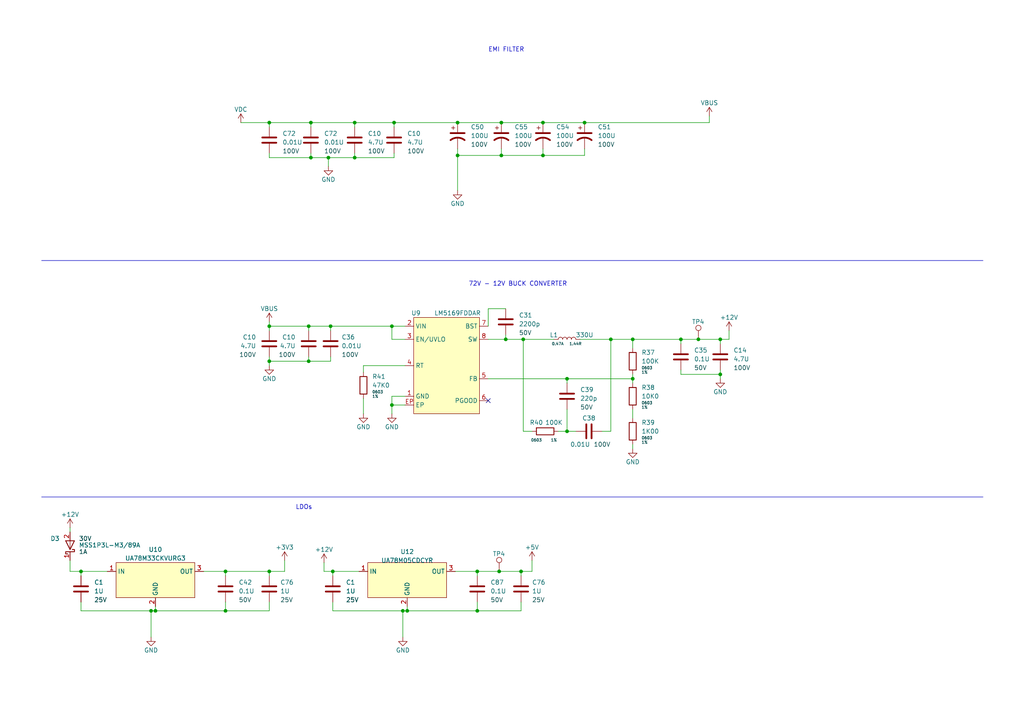
<source format=kicad_sch>
(kicad_sch (version 20230121) (generator eeschema)
  (paper "A4")
  (title_block (company "Rack Robotics, Inc.") (comment 1 "Engineering by DragonFly Power Systems") (comment 2 "Design by Rack Robotics, Inc."))
  (lib_symbols
    (symbol "0603_CAP:0.01U_100V"
      (property "Reference" "C" (at 3.175 1.905 0))
      (property "Value" "0.01U" (at 3.175 0 0))
      (property "Volage Rating" "100V" (at 3.175 -1.905 0))
      (symbol "0.01U_100V_0_1"
        (polyline (pts (xy -2.032 -0.762) (xy 2.032 -0.762)) (stroke (width 0.508)))
        (polyline (pts (xy -2.032 0.762) (xy 2.032 0.762)) (stroke (width 0.508)))
      )
      (symbol "0.01U_100V_1_1"
        (pin passive line (at 0 3.81 270) (length 2.794) (name "~") (number "1"))
        (pin passive line (at 0 -3.81 90) (length 2.794) (name "~") (number "2"))
      )
    )
    (symbol "0603_CAP:0.1U_50V"
      (property "Reference" "C" (at 3.175 1.905 0))
      (property "Value" "0.1U" (at 3.175 0 0))
      (property "Volage Rating" "50V" (at 3.175 -1.905 0))
      (symbol "0.1U_50V_0_1"
        (polyline (pts (xy -2.032 -0.762) (xy 2.032 -0.762)) (stroke (width 0.508)))
        (polyline (pts (xy -2.032 0.762) (xy 2.032 0.762)) (stroke (width 0.508)))
      )
      (symbol "0.1U_50V_1_1"
        (pin passive line (at 0 3.81 270) (length 2.794) (name "~") (number "1"))
        (pin passive line (at 0 -3.81 90) (length 2.794) (name "~") (number "2"))
      )
    )
    (symbol "0603_CAP:1U_25V"
      (property "Reference" "C" (at 3.175 1.905 0))
      (property "Value" "1U" (at 3.175 0 0))
      (property "Volage Rating" "25V" (at 3.175 -1.905 0))
      (symbol "1U_25V_0_1"
        (polyline (pts (xy -2.032 -0.762) (xy 2.032 -0.762)) (stroke (width 0.508)))
        (polyline (pts (xy -2.032 0.762) (xy 2.032 0.762)) (stroke (width 0.508)))
      )
      (symbol "1U_25V_1_1"
        (pin passive line (at 0 3.81 270) (length 2.794) (name "~") (number "1"))
        (pin passive line (at 0 -3.81 90) (length 2.794) (name "~") (number "2"))
      )
    )
    (symbol "0603_CAP:2200P_50V"
      (property "Reference" "C" (at 3.175 1.905 0))
      (property "Value" "2200p" (at 3.175 0 0))
      (property "Volage Rating" "50V" (at 3.175 -1.905 0))
      (symbol "2200P_50V_0_1"
        (polyline (pts (xy -2.032 -0.762) (xy 2.032 -0.762)) (stroke (width 0.508)))
        (polyline (pts (xy -2.032 0.762) (xy 2.032 0.762)) (stroke (width 0.508)))
      )
      (symbol "2200P_50V_1_1"
        (pin passive line (at 0 3.81 270) (length 2.794) (name "~") (number "1"))
        (pin passive line (at 0 -3.81 90) (length 2.794) (name "~") (number "2"))
      )
    )
    (symbol "0603_CAP:220P_50V"
      (property "Reference" "C" (at 3.175 1.905 0))
      (property "Value" "220p" (at 3.175 0 0))
      (property "Volage Rating" "50V" (at 3.175 -1.905 0))
      (symbol "220P_50V_0_1"
        (polyline (pts (xy -2.032 -0.762) (xy 2.032 -0.762)) (stroke (width 0.508)))
        (polyline (pts (xy -2.032 0.762) (xy 2.032 0.762)) (stroke (width 0.508)))
      )
      (symbol "220P_50V_1_1"
        (pin passive line (at 0 3.81 270) (length 2.794) (name "~") (number "1"))
        (pin passive line (at 0 -3.81 90) (length 2.794) (name "~") (number "2"))
      )
    )
    (symbol "0603_RES:100k"
      (property "Reference" "R" (at 1.27 2.54 0))
      (property "Value" "100K" (at 1.27 0.635 0))
      (property "Package Size" "0603" (at 1.27 -1.27 0))
      (property "Tolerance" "1%" (at 1.27 -2.54 0))
      (symbol "100k_0_1"
        (rectangle (start -1.016 2.54) (end 1.016 -2.54) (stroke (width 0.254)))
      )
      (symbol "100k_1_1"
        (pin passive line (at 0 3.81 270) (length 1.27) (name "~") (number "1"))
        (pin passive line (at 0 -3.81 90) (length 1.27) (name "~") (number "2"))
      )
    )
    (symbol "0603_RES:10K0"
      (property "Reference" "R" (at 1.27 2.54 0))
      (property "Value" "10K0" (at 1.27 0.635 0))
      (property "Package Size" "0603" (at 1.27 -1.27 0))
      (property "Tolerance" "1%" (at 1.27 -2.54 0))
      (symbol "10K0_0_1"
        (rectangle (start -1.016 2.54) (end 1.016 -2.54) (stroke (width 0.254)))
      )
      (symbol "10K0_1_1"
        (pin passive line (at 0 3.81 270) (length 1.27) (name "~") (number "1"))
        (pin passive line (at 0 -3.81 90) (length 1.27) (name "~") (number "2"))
      )
    )
    (symbol "0603_RES:1K00"
      (property "Reference" "R" (at 1.27 2.54 0))
      (property "Value" "1K00" (at 1.27 0.635 0))
      (property "Package Size" "0603" (at 1.27 -1.27 0))
      (property "Tolerance" "1%" (at 1.27 -2.54 0))
      (symbol "1K00_0_1"
        (rectangle (start -1.016 2.54) (end 1.016 -2.54) (stroke (width 0.254)))
      )
      (symbol "1K00_1_1"
        (pin passive line (at 0 3.81 270) (length 1.27) (name "~") (number "1"))
        (pin passive line (at 0 -3.81 90) (length 1.27) (name "~") (number "2"))
      )
    )
    (symbol "0603_RES:47K0"
      (property "Reference" "R" (at 1.27 2.54 0))
      (property "Value" "47K0" (at 1.27 0.635 0))
      (property "Package Size" "0603" (at 1.27 -1.27 0))
      (property "Tolerance" "1%" (at 1.27 -2.54 0))
      (symbol "47K0_0_1"
        (rectangle (start -1.016 2.54) (end 1.016 -2.54) (stroke (width 0.254)))
      )
      (symbol "47K0_1_1"
        (pin passive line (at 0 3.81 270) (length 1.27) (name "~") (number "1"))
        (pin passive line (at 0 -3.81 90) (length 1.27) (name "~") (number "2"))
      )
    )
    (symbol "1206_CAP:4.7U_100V"
      (property "Reference" "C" (at 3.175 1.905 0))
      (property "Value" "4.7U" (at 3.175 0 0))
      (property "Voltage Rating" "100V" (at 3.175 -1.905 0))
      (symbol "4.7U_100V_0_1"
        (polyline (pts (xy -2.032 -0.762) (xy 2.032 -0.762)) (stroke (width 0.508)))
        (polyline (pts (xy -2.032 0.762) (xy 2.032 0.762)) (stroke (width 0.508)))
      )
      (symbol "4.7U_100V_1_1"
        (pin passive line (at 0 3.81 270) (length 2.794) (name "~") (number "1"))
        (pin passive line (at 0 -3.81 90) (length 2.794) (name "~") (number "2"))
      )
    )
    (symbol "CONVERTER_ICS:LM5169FDDAR"
      (property "Reference" "U" (at 0.635 1.27 0))
      (property "Value" "LM5169FDDAR" (at 12.7 1.27 0))
      (symbol "LM5169FDDAR_1_1"
        (rectangle (start 0 0) (end 19.05 -27.94) (stroke (width 0) (color 132 0 0 1)) (fill (type background)))
        (pin passive line (at -2.54 -22.86 0) (length 2.54) (name "GND") (number "1"))
        (pin passive line (at -2.54 -2.54 0) (length 2.54) (name "VIN") (number "2"))
        (pin passive line (at -2.54 -6.35 0) (length 2.54) (name "EN/UVLO") (number "3"))
        (pin passive line (at -2.54 -13.97 0) (length 2.54) (name "RT") (number "4"))
        (pin input line (at 21.59 -17.78 180) (length 2.54) (name "FB") (number "5"))
        (pin output line (at 21.59 -24.13 180) (length 2.54) (name "PGOOD") (number "6"))
        (pin passive line (at 21.59 -2.54 180) (length 2.54) (name "BST") (number "7"))
        (pin passive line (at 21.59 -6.35 180) (length 2.54) (name "SW") (number "8"))
        (pin passive line (at -2.54 -25.4 0) (length 2.54) (name "EP") (number "EP"))
      )
    )
    (symbol "Connector:TestPoint" (pin_numbers hide) (pin_names (offset 0.762) hide)
      (property "Reference" "TP" (at 0 6.858 0))
      (property "Value" "TestPoint" (at 0 5.08 0))
      (symbol "TestPoint_0_1"
        (circle (center 0 3.302) (radius 0.762))
      )
      (symbol "TestPoint_1_1"
        (pin passive line (at 0 0 90) (length 2.54) (name "1") (number "1"))
      )
    )
    (symbol "ELECTROLYTIC_CAPS:100ZLJ100M10X20" (pin_numbers hide) (pin_names hide)
      (property "Reference" "C" (at 3.175 2.54 0))
      (property "Value" "100U" (at 4.445 0.635 0))
      (property "Voltage Rating" "100V" (at 5.08 -1.27 0))
      (symbol "100ZLJ100M10X20_0_1"
        (polyline (pts (xy -2.032 0.762) (xy 2.032 0.762)) (stroke (width 0.508)))
        (polyline (pts (xy -1.778 2.286) (xy -0.762 2.286)))
        (polyline (pts (xy -1.27 1.778) (xy -1.27 2.794)))
        (arc (start 2.032 -1.27) (mid 0 -0.5572) (end -2.032 -1.27) (stroke (width 0.508)))
      )
      (symbol "100ZLJ100M10X20_1_1"
        (pin passive line (at 0 3.81 270) (length 2.794) (name "~") (number "1"))
        (pin passive line (at 0 -3.81 90) (length 3.302) (name "~") (number "2"))
      )
    )
    (symbol "LINEAR_REGULATORS:UA78M05CDCYR"
      (property "Reference" "U" (at -10.16 6.35 0))
      (property "Value" "UA78M05CDCYR" (at 2.54 6.35 0))
      (symbol "UA78M05CDCYR_1_1"
        (rectangle (start -11.43 5.08) (end 11.43 -5.08) (stroke (width 0) (color 132 0 0 1)) (fill (type background)))
        (pin power_in line (at -13.97 2.54 0) (length 2.54) (name "IN") (number "1"))
        (pin passive line (at 0 -7.62 90) (length 2.54) (name "GND") (number "2"))
        (pin power_out line (at 13.97 2.54 180) (length 2.54) (name "OUT") (number "3"))
      )
    )
    (symbol "LINEAR_REGULATORS:UA78M33CKVURG3"
      (property "Reference" "U" (at -10.16 6.35 0))
      (property "Value" "UA78M33CKVURG3" (at 2.54 6.35 0))
      (symbol "UA78M33CKVURG3_1_1"
        (rectangle (start -11.43 5.08) (end 11.43 -5.08) (stroke (width 0) (color 132 0 0 1)) (fill (type background)))
        (pin power_in line (at -13.97 2.54 0) (length 2.54) (name "IN") (number "1"))
        (pin passive line (at 0 -7.62 90) (length 2.54) (name "GND") (number "2"))
        (pin power_out line (at 13.97 2.54 180) (length 2.54) (name "OUT") (number "3"))
      )
    )
    (symbol "POWER_INDUCTORS:VLS6045EX-331M"
      (property "Reference" "L" (at -4.1275 1.5875 0))
      (property "Value" "330U" (at 0.3175 1.5875 0))
      (property "DC Current Rating" "0.47A" (at -4.445 -1.27 0))
      (property "DCR" "1.44R" (at 0.635 -1.27 0))
      (symbol "VLS6045EX-331M_0_1"
        (arc (start -1.27 0) (mid -1.905 0.6323) (end -2.54 0))
        (arc (start 0 0) (mid -0.635 0.6323) (end -1.27 0))
        (arc (start 1.27 0) (mid 0.635 0.6323) (end 0 0))
        (arc (start 2.54 0) (mid 1.905 0.6323) (end 1.27 0))
      )
      (symbol "VLS6045EX-331M_1_1"
        (pin passive line (at -3.81 0 0) (length 1.27) (name "") (number "1"))
        (pin passive line (at 3.81 0 180) (length 1.27) (name "") (number "2"))
      )
    )
    (symbol "SCHOTTKY_DIODES:MSS1P3L-M3/89A" (pin_names hide)
      (property "Reference" "D" (at 0 4.445 0))
      (property "Value" "MSS1P3L-M3/89A" (at -1.905 -4.445 0))
      (property "Voltage" "30V" (at -10.795 1.27 0))
      (property "Current" "1A" (at -10.795 3.175 0))
      (symbol "MSS1P3L-M3/89A_0_1"
        (polyline (pts (xy 1.905 0) (xy -0.635 0)))
        (polyline (pts (xy 1.905 1.27) (xy 1.905 -1.27) (xy -0.635 0) (xy 1.905 1.27)) (stroke (width 0.254)))
        (polyline (pts (xy -1.905 0.635) (xy -1.905 1.27) (xy -1.27 1.27) (xy -1.27 -1.27) (xy -0.635 -1.27) (xy -0.635 -0.635)) (stroke (width 0.254)))
      )
      (symbol "MSS1P3L-M3/89A_1_1"
        (pin passive line (at -3.81 0 0) (length 2.54) (name "K") (number "1"))
        (pin passive line (at 4.445 0 180) (length 2.54) (name "A") (number "2"))
      )
    )
    (symbol "power:+12V" (power) (pin_names (offset 0))
      (property "Value" "+12V" (at 0 3.556 0))
      (symbol "+12V_0_1"
        (polyline (pts (xy -0.762 1.27) (xy 0 2.54)))
        (polyline (pts (xy 0 0) (xy 0 2.54)))
        (polyline (pts (xy 0 2.54) (xy 0.762 1.27)))
      )
      (symbol "+12V_1_1"
        (pin power_in line (at 0 0 90) (length 0) hide (name "+12V") (number "1"))
      )
    )
    (symbol "power:+3V3" (power) (pin_names (offset 0))
      (property "Value" "+3V3" (at 0 3.556 0))
      (symbol "+3V3_0_1"
        (polyline (pts (xy -0.762 1.27) (xy 0 2.54)))
        (polyline (pts (xy 0 0) (xy 0 2.54)))
        (polyline (pts (xy 0 2.54) (xy 0.762 1.27)))
      )
      (symbol "+3V3_1_1"
        (pin power_in line (at 0 0 90) (length 0) hide (name "+3V3") (number "1"))
      )
    )
    (symbol "power:+5V" (power) (pin_names (offset 0))
      (property "Value" "+5V" (at 0 3.556 0))
      (symbol "+5V_0_1"
        (polyline (pts (xy -0.762 1.27) (xy 0 2.54)))
        (polyline (pts (xy 0 0) (xy 0 2.54)))
        (polyline (pts (xy 0 2.54) (xy 0.762 1.27)))
      )
      (symbol "+5V_1_1"
        (pin power_in line (at 0 0 90) (length 0) hide (name "+5V") (number "1"))
      )
    )
    (symbol "power:GND" (power) (pin_names (offset 0))
      (property "Value" "GND" (at 0 -3.81 0))
      (symbol "GND_0_1"
        (polyline (pts (xy 0 0) (xy 0 -1.27) (xy 1.27 -1.27) (xy 0 -2.54) (xy -1.27 -1.27) (xy 0 -1.27)))
      )
      (symbol "GND_1_1"
        (pin power_in line (at 0 0 270) (length 0) hide (name "GND") (number "1"))
      )
    )
    (symbol "power:VBUS" (power) (pin_names (offset 0))
      (property "Value" "VBUS" (at 0 3.81 0))
      (symbol "VBUS_0_1"
        (polyline (pts (xy -0.762 1.27) (xy 0 2.54)))
        (polyline (pts (xy 0 0) (xy 0 2.54)))
        (polyline (pts (xy 0 2.54) (xy 0.762 1.27)))
      )
      (symbol "VBUS_1_1"
        (pin power_in line (at 0 0 90) (length 0) hide (name "VBUS") (number "1"))
      )
    )
    (symbol "power:VDC" (power) (pin_names (offset 0))
      (property "Value" "VDC" (at 0 6.35 0))
      (symbol "VDC_0_1"
        (polyline (pts (xy -0.762 1.27) (xy 0 2.54)))
        (polyline (pts (xy 0 0) (xy 0 2.54)))
        (polyline (pts (xy 0 2.54) (xy 0.762 1.27)))
      )
      (symbol "VDC_1_1"
        (pin power_in line (at 0 0 90) (length 0) hide (name "VDC") (number "1"))
      )
    )
  )
  (junction (at 65.405 165.735))
  (junction (at 118.11 177.165))
  (junction (at 151.13 165.735))
  (junction (at 138.43 177.165))
  (junction (at 164.465 109.855))
  (junction (at 78.105 94.615))
  (junction (at 208.915 98.425))
  (junction (at 197.485 98.425))
  (junction (at 145.415 45.085))
  (junction (at 145.415 35.56))
  (junction (at 202.565 98.425))
  (junction (at 90.17 35.56))
  (junction (at 116.84 177.165))
  (junction (at 113.665 117.475))
  (junction (at 164.465 125.095))
  (junction (at 95.885 94.615))
  (junction (at 78.105 165.735))
  (junction (at 138.43 165.735))
  (junction (at 169.545 35.56))
  (junction (at 177.165 98.425))
  (junction (at 114.3 35.56))
  (junction (at 89.535 94.615))
  (junction (at 151.765 98.425))
  (junction (at 183.515 109.855))
  (junction (at 95.25 45.72))
  (junction (at 132.715 35.56))
  (junction (at 43.815 177.165))
  (junction (at 45.085 177.165))
  (junction (at 78.105 104.775))
  (junction (at 23.495 165.735))
  (junction (at 78.105 35.56))
  (junction (at 90.17 45.72))
  (junction (at 102.87 45.72))
  (junction (at 208.915 108.585))
  (junction (at 89.535 104.775))
  (junction (at 96.52 165.735))
  (junction (at 102.87 35.56))
  (junction (at 144.78 165.735))
  (junction (at 146.685 98.425))
  (junction (at 65.405 177.165))
  (junction (at 157.48 45.085))
  (junction (at 113.665 94.615))
  (junction (at 132.715 45.085))
  (junction (at 157.48 35.56))
  (junction (at 183.515 98.425))
  (no_connect (at 141.605 116.205))
  (wire (pts (xy 78.105 94.615) (xy 89.535 94.615)))
  (wire (pts (xy 102.87 35.56) (xy 102.87 36.83)))
  (wire (pts (xy 65.405 167.005) (xy 65.405 165.735)))
  (wire (pts (xy 164.465 109.855) (xy 164.465 111.125)))
  (wire (pts (xy 113.665 117.475) (xy 113.665 120.015)))
  (wire (pts (xy 95.25 45.72) (xy 95.25 48.26)))
  (wire (pts (xy 65.405 165.735) (xy 59.055 165.735)))
  (wire (pts (xy 116.84 177.165) (xy 118.11 177.165)))
  (wire (pts (xy 89.535 94.615) (xy 89.535 95.885)))
  (wire (pts (xy 205.74 33.655) (xy 205.74 35.56)))
  (wire (pts (xy 78.105 93.345) (xy 78.105 94.615)))
  (wire (pts (xy 31.115 165.735) (xy 23.495 165.735)))
  (wire (pts (xy 93.98 163.195) (xy 93.98 165.735)))
  (wire (pts (xy 164.465 125.095) (xy 167.005 125.095)))
  (wire (pts (xy 151.13 167.005) (xy 151.13 165.735)))
  (wire (pts (xy 43.815 184.785) (xy 43.815 177.165)))
  (wire (pts (xy 104.14 165.735) (xy 96.52 165.735)))
  (wire (pts (xy 113.665 94.615) (xy 113.665 98.425)))
  (wire (pts (xy 146.685 98.425) (xy 141.605 98.425)))
  (wire (pts (xy 89.535 94.615) (xy 95.885 94.615)))
  (wire (pts (xy 93.98 165.735) (xy 96.52 165.735)))
  (wire (pts (xy 177.165 125.095) (xy 177.165 98.425)))
  (wire (pts (xy 164.465 109.855) (xy 183.515 109.855)))
  (wire (pts (xy 211.455 98.425) (xy 208.915 98.425)))
  (wire (pts (xy 138.43 165.735) (xy 132.08 165.735)))
  (wire (pts (xy 20.32 162.56) (xy 20.32 165.735)))
  (wire (pts (xy 161.925 125.095) (xy 164.465 125.095)))
  (wire (pts (xy 183.515 100.965) (xy 183.515 98.425)))
  (wire (pts (xy 113.665 114.935) (xy 113.665 117.475)))
  (wire (pts (xy 141.605 89.535) (xy 141.605 94.615)))
  (wire (pts (xy 45.085 177.165) (xy 65.405 177.165)))
  (wire (pts (xy 78.105 35.56) (xy 90.17 35.56)))
  (wire (pts (xy 138.43 165.735) (xy 144.78 165.735)))
  (wire (pts (xy 78.105 177.165) (xy 65.405 177.165)))
  (wire (pts (xy 95.885 94.615) (xy 95.885 95.885)))
  (wire (pts (xy 114.3 35.56) (xy 114.3 36.83)))
  (wire (pts (xy 208.915 108.585) (xy 208.915 109.855)))
  (wire (pts (xy 197.485 107.315) (xy 197.485 108.585)))
  (wire (pts (xy 43.815 177.165) (xy 45.085 177.165)))
  (wire (pts (xy 105.41 107.95) (xy 105.41 106.045)))
  (wire (pts (xy 168.275 98.425) (xy 177.165 98.425)))
  (wire (pts (xy 65.405 177.165) (xy 65.405 174.625)))
  (wire (pts (xy 154.305 162.56) (xy 154.305 165.735)))
  (wire (pts (xy 183.515 128.905) (xy 183.515 130.175)))
  (wire (pts (xy 132.715 35.56) (xy 145.415 35.56)))
  (wire (pts (xy 157.48 45.085) (xy 169.545 45.085)))
  (wire (pts (xy 114.3 45.72) (xy 102.87 45.72)))
  (wire (pts (xy 151.765 125.095) (xy 154.305 125.095)))
  (wire (pts (xy 78.105 167.005) (xy 78.105 165.735)))
  (wire (pts (xy 183.515 98.425) (xy 197.485 98.425)))
  (wire (pts (xy 78.105 174.625) (xy 78.105 177.165)))
  (wire (pts (xy 208.915 107.315) (xy 208.915 108.585)))
  (wire (pts (xy 114.3 44.45) (xy 114.3 45.72)))
  (wire (pts (xy 118.11 177.165) (xy 138.43 177.165)))
  (wire (pts (xy 113.665 94.615) (xy 117.475 94.615)))
  (wire (pts (xy 95.25 45.72) (xy 102.87 45.72)))
  (wire (pts (xy 78.105 165.735) (xy 82.55 165.735)))
  (wire (pts (xy 95.885 94.615) (xy 113.665 94.615)))
  (wire (pts (xy 116.84 184.785) (xy 116.84 177.165)))
  (wire (pts (xy 157.48 35.56) (xy 169.545 35.56)))
  (wire (pts (xy 96.52 165.735) (xy 96.52 167.005)))
  (wire (pts (xy 145.415 43.18) (xy 145.415 45.085)))
  (wire (pts (xy 151.765 125.095) (xy 151.765 98.425)))
  (wire (pts (xy 20.32 153.035) (xy 20.32 154.305)))
  (wire (pts (xy 102.87 44.45) (xy 102.87 45.72)))
  (wire (pts (xy 169.545 35.56) (xy 205.74 35.56)))
  (wire (pts (xy 96.52 174.625) (xy 96.52 177.165)))
  (wire (pts (xy 90.17 35.56) (xy 102.87 35.56)))
  (wire (pts (xy 146.685 98.425) (xy 151.765 98.425)))
  (wire (pts (xy 197.485 98.425) (xy 202.565 98.425)))
  (wire (pts (xy 65.405 165.735) (xy 78.105 165.735)))
  (wire (pts (xy 23.495 174.625) (xy 23.495 177.165)))
  (wire (pts (xy 102.87 35.56) (xy 114.3 35.56)))
  (wire (pts (xy 197.485 108.585) (xy 208.915 108.585)))
  (wire (pts (xy 82.55 162.56) (xy 82.55 165.735)))
  (wire (pts (xy 154.305 165.735) (xy 151.13 165.735)))
  (wire (pts (xy 145.415 35.56) (xy 157.48 35.56)))
  (wire (pts (xy 183.515 111.125) (xy 183.515 109.855)))
  (wire (pts (xy 118.11 175.895) (xy 118.11 177.165)))
  (wire (pts (xy 169.545 43.18) (xy 169.545 45.085)))
  (wire (pts (xy 78.105 44.45) (xy 78.105 45.72)))
  (wire (pts (xy 183.515 118.745) (xy 183.515 121.285)))
  (wire (pts (xy 144.78 165.735) (xy 151.13 165.735)))
  (wire (pts (xy 117.475 117.475) (xy 113.665 117.475)))
  (wire (pts (xy 69.85 35.56) (xy 78.105 35.56)))
  (wire (pts (xy 151.765 98.425) (xy 160.655 98.425)))
  (wire (pts (xy 90.17 44.45) (xy 90.17 45.72)))
  (wire (pts (xy 177.165 98.425) (xy 183.515 98.425)))
  (wire (pts (xy 105.41 115.57) (xy 105.41 120.015)))
  (wire (pts (xy 164.465 118.745) (xy 164.465 125.095)))
  (wire (pts (xy 78.105 104.775) (xy 89.535 104.775)))
  (wire (pts (xy 157.48 43.18) (xy 157.48 45.085)))
  (wire (pts (xy 114.3 35.56) (xy 132.715 35.56)))
  (wire (pts (xy 78.105 104.775) (xy 78.105 106.045)))
  (wire (pts (xy 145.415 45.085) (xy 157.48 45.085)))
  (wire (pts (xy 89.535 103.505) (xy 89.535 104.775)))
  (wire (pts (xy 197.485 99.695) (xy 197.485 98.425)))
  (wire (pts (xy 78.105 35.56) (xy 78.105 36.83)))
  (wire (pts (xy 117.475 114.935) (xy 113.665 114.935)))
  (wire (pts (xy 151.13 177.165) (xy 138.43 177.165)))
  (wire (pts (xy 78.105 94.615) (xy 78.105 95.885)))
  (wire (pts (xy 132.715 45.085) (xy 132.715 55.245)))
  (wire (pts (xy 183.515 108.585) (xy 183.515 109.855)))
  (wire (pts (xy 78.105 45.72) (xy 90.17 45.72)))
  (wire (pts (xy 138.43 177.165) (xy 138.43 174.625)))
  (wire (pts (xy 177.165 125.095) (xy 174.625 125.095)))
  (wire (pts (xy 20.32 165.735) (xy 23.495 165.735)))
  (wire (pts (xy 211.455 95.885) (xy 211.455 98.425)))
  (wire (pts (xy 89.535 104.775) (xy 95.885 104.775)))
  (wire (pts (xy 90.17 45.72) (xy 95.25 45.72)))
  (wire (pts (xy 95.885 103.505) (xy 95.885 104.775)))
  (wire (pts (xy 138.43 167.005) (xy 138.43 165.735)))
  (wire (pts (xy 105.41 106.045) (xy 117.475 106.045)))
  (wire (pts (xy 146.685 89.535) (xy 141.605 89.535)))
  (wire (pts (xy 96.52 177.165) (xy 116.84 177.165)))
  (wire (pts (xy 78.105 103.505) (xy 78.105 104.775)))
  (wire (pts (xy 132.715 45.085) (xy 145.415 45.085)))
  (wire (pts (xy 141.605 109.855) (xy 164.465 109.855)))
  (polyline (pts (xy 12.065 75.565) (xy 285.115 75.565)))
  (wire (pts (xy 117.475 98.425) (xy 113.665 98.425)))
  (wire (pts (xy 132.715 45.085) (xy 132.715 43.18)))
  (wire (pts (xy 202.565 98.425) (xy 208.915 98.425)))
  (wire (pts (xy 208.915 98.425) (xy 208.915 99.695)))
  (wire (pts (xy 45.085 175.895) (xy 45.085 177.165)))
  (wire (pts (xy 151.13 174.625) (xy 151.13 177.165)))
  (wire (pts (xy 23.495 165.735) (xy 23.495 167.005)))
  (wire (pts (xy 146.685 97.155) (xy 146.685 98.425)))
  (polyline (pts (xy 12.065 144.145) (xy 285.115 144.145)))
  (wire (pts (xy 90.17 35.56) (xy 90.17 36.83)))
  (wire (pts (xy 23.495 177.165) (xy 43.815 177.165)))
  (text "EMI FILTER" (at 141.605 15.24 0) (effects (font (size 1.27 1.27)) (justify left bottom)))
  (text "LDOs" (at 85.725 147.955 0) (effects (font (size 1.27 1.27)) (justify left bottom)))
  (text "72V - 12V BUCK CONVERTER" (at 135.89 83.185 0) (effects (font (size 1.27 1.27)) (justify left bottom)))
  (symbol (lib_id "0603_CAP:0.1U_50V") (at 65.405 170.815 0) (unit 1)
    (property "Reference" "C42" (at 69.215 168.91 0) (effects (justify left)))
    (property "Value" "0.1U" (at 69.215 171.45 0) (effects (justify left)))
    (property "Footprint" "Capacitor_SMD:C_0603_1608Metric" (effects hide))
    (property "Datasheet" "https://media.digikey.com/pdf/Data%20Sheets/Samsung%20PDFs/CL10B104KB8NNWC_Spec.pdf" (effects hide))
    (property "Volage Rating" "50V" (at 69.215 173.99 0) (effects (justify left)))
    (property "Part Number" "CL10B104KB8NNWC" (effects hide))
    (property "Manufacturer" "Samsung" (effects hide))
  )
  (symbol (lib_id "0603_CAP:1U_25V") (at 78.105 170.815 0) (mirror y) (unit 1)
    (property "Reference" "C76" (at 81.28 168.91 0) (effects (justify right)))
    (property "Value" "1U" (at 81.28 171.45 0) (effects (justify right)))
    (property "Footprint" "Capacitor_SMD:C_0603_1608Metric" (effects hide))
    (property "Datasheet" "https://media.digikey.com/pdf/Data%20Sheets/Samsung%20PDFs/CL10B104KB8NNWC_Spec.pdf" (effects hide))
    (property "Volage Rating" "25V" (at 81.28 173.99 0) (effects (justify right)))
    (property "Part Number" "CL10B105KA8NNNC" (effects hide))
    (property "Manufacturer" "Samsung" (effects hide))
    (instances (project "POWERCORE-V2.0_MOTHERBOARD" (path "" (reference "C76") (unit 1)) (path "" (reference "C23") (unit 1))))
  )
  (symbol (lib_id "POWER_INDUCTORS:VLS6045EX-331M") (at 164.465 98.425 0) (unit 1)
    (property "Reference" "L1" (at 160.655 97.155 0))
    (property "Value" "330U" (at 169.545 97.155 0))
    (property "Footprint" "SMD_INDUCTORS:VLS6045EX" (effects hide))
    (property "Datasheet" "https://product.tdk.com/en/system/files?file=dam/doc/product/inductor/inductor/smd/catalog/inductor_commercial_power_vls6045ex_en.pdf" (effects hide))
    (property "DC Current Rating" "0.47A" (at 160.02 99.695 0) (effects (font (size 0.8 0.8)) (justify left)))
    (property "Saturation Current" "0.5A" (effects hide))
    (property "DCR" "1.44R" (at 165.1 99.695 0) (effects (font (size 0.8 0.8)) (justify left)))
    (property "Part Number" "VLS6045EX-331M" (effects hide))
    (property "Manufacturer" "TDK" (effects hide))
  )
  (symbol (lib_id "0603_CAP:1U_25V") (at 96.52 170.815 0) (unit 1)
    (property "Reference" "C1" (at 100.33 168.91 0) (effects (justify left)))
    (property "Value" "1U" (at 100.33 171.45 0) (effects (justify left)))
    (property "Footprint" "Capacitor_SMD:C_0603_1608Metric" (effects hide))
    (property "Datasheet" "https://media.digikey.com/pdf/Data%20Sheets/Samsung%20PDFs/CL10B104KB8NNWC_Spec.pdf" (effects hide))
    (property "Volage Rating" "25V" (at 100.33 173.99 0) (effects (justify left)))
    (property "Part Number" "CL10B105KA8NNNC" (effects hide))
    (property "Manufacturer" "Samsung" (effects hide))
    (instances (project "POWERCORE-V2.0_MOTHERBOARD" (path "" (reference "C1") (unit 1)) (path "" (reference "C15") (unit 1)) (path "" (reference "C86") (unit 1))))
  )
  (symbol (lib_id "0603_CAP:1U_25V") (at 23.495 170.815 0) (unit 1)
    (property "Reference" "C1" (at 27.305 168.91 0) (effects (justify left)))
    (property "Value" "1U" (at 27.305 171.45 0) (effects (justify left)))
    (property "Footprint" "Capacitor_SMD:C_0603_1608Metric" (effects hide))
    (property "Datasheet" "https://media.digikey.com/pdf/Data%20Sheets/Samsung%20PDFs/CL10B104KB8NNWC_Spec.pdf" (effects hide))
    (property "Volage Rating" "25V" (at 27.305 173.99 0) (effects (justify left)))
    (property "Part Number" "CL10B105KA8NNNC" (effects hide))
    (property "Manufacturer" "Samsung" (effects hide))
    (instances (project "POWERCORE-V2.0_MOTHERBOARD" (path "" (reference "C1") (unit 1)) (path "" (reference "C15") (unit 1)) (path "" (reference "C32") (unit 1))))
  )
  (symbol (lib_id "0603_RES:1K00") (at 183.515 125.095 0) (unit 1)
    (property "Reference" "R39" (at 186.055 122.555 0) (effects (justify left)))
    (property "Value" "1K00" (at 186.055 125.095 0) (effects (justify left)))
    (property "Footprint" "Resistor_SMD:R_0603_1608Metric" (effects hide))
    (property "Datasheet" "https://www.seielect.com/Catalog/SEI-RMCF_RMCP.pdf" (effects hide))
    (property "Package Size" "0603" (at 186.055 127 0) (effects (font (size 0.8 0.8)) (justify left)))
    (property "Tolerance" "1%" (at 186.055 128.27 0) (effects (font (size 0.8 0.8)) (justify left)))
    (property "Part Number" "RMCF0603FT1K00" (effects hide))
    (property "Manufacturer" "Stackpole" (effects hide))
  )
  (symbol (lib_id "power:+12V") (at 93.98 163.195 0) (mirror y) (unit 1)
    (property "Reference" "#PWR02" (effects hide))
    (property "Value" "+12V" (at 93.98 159.385 0))
    (instances (project "POWERCORE-V2.0_MOTHERBOARD" (path "" (reference "#PWR02") (unit 1)) (path "" (reference "#PWR029") (unit 1)) (path "" (reference "#PWR066") (unit 1))))
  )
  (symbol (lib_id "0603_CAP:2200P_50V") (at 146.685 93.345 0) (unit 1)
    (property "Reference" "C31" (at 150.495 91.44 0) (effects (justify left)))
    (property "Value" "2200p" (at 150.495 93.98 0) (effects (justify left)))
    (property "Footprint" "Capacitor_SMD:C_0603_1608Metric" (effects hide))
    (property "Datasheet" "https://media.digikey.com/pdf/Data%20Sheets/Samsung%20PDFs/CL10B104KB8NNWC_Spec.pdf" (effects hide))
    (property "Volage Rating" "50V" (at 150.495 96.52 0) (effects (justify left)))
    (property "Part Number" "CL10B222KB8NNNC" (effects hide))
    (property "Manufacturer" "Samsung" (effects hide))
  )
  (symbol (lib_id "ELECTROLYTIC_CAPS:100ZLJ100M10X20") (at 157.48 39.37 0) (unit 1)
    (property "Reference" "C54" (at 161.29 36.83 0) (effects (justify left)))
    (property "Value" "100U" (at 161.29 39.37 0) (effects (justify left)))
    (property "Footprint" "THT_CAPACITORS:CP_Radial_D10.0mm_P5.00mm" (effects hide))
    (property "Datasheet" "https://www.rubycon.co.jp/wp-content/uploads/catalog-aluminum/ZLJ.pdf" (effects hide))
    (property "Part Number" "100ZLJ100M10X20" (effects hide))
    (property "Voltage Rating" "100V" (at 161.29 41.91 0) (effects (justify left)))
    (property "Manufacturer" "RUBYCON" (effects hide))
  )
  (symbol (lib_id "power:GND") (at 208.915 109.855 0) (unit 1)
    (property "Reference" "#PWR030" (effects hide))
    (property "Value" "GND" (at 208.915 113.665 0))
    (instances (project "POWERCORE-V2.0_MOTHERBOARD" (path "" (reference "#PWR030") (unit 1)) (path "" (reference "#PWR042") (unit 1))))
  )
  (symbol (lib_id "power:VBUS") (at 205.74 33.655 0) (unit 1)
    (property "Reference" "#PWR028" (effects hide))
    (property "Value" "VBUS" (at 205.74 29.845 0))
    (instances (project "POWERCORE-V2.0_MOTHERBOARD" (path "" (reference "#PWR028") (unit 1)) (path "" (reference "#PWR086") (unit 1))))
  )
  (symbol (lib_id "1206_CAP:4.7U_100V") (at 208.915 103.505 0) (unit 1)
    (property "Reference" "C14" (at 212.725 101.6 0) (effects (justify left)))
    (property "Value" "4.7U" (at 212.725 104.14 0) (effects (justify left)))
    (property "Footprint" "Capacitor_SMD:C_1206_3216Metric" (effects hide))
    (property "Datasheet" "https://search.murata.co.jp/Ceramy/image/img/A01X/G101/ENG/GRM31CC72A475KE11-01A.pdf" (effects hide))
    (property "Dielectric" "X7S" (effects hide))
    (property "Voltage Rating" "100V" (at 212.725 106.68 0) (effects (justify left)))
    (property "Part Number" "GRM31CC72A475KE11L" (effects hide))
    (property "Manufacturer" "Murata" (effects hide))
    (instances (project "POWERCORE-V2.0_MOTHERBOARD" (path "" (reference "C14") (unit 1)) (path "" (reference "C34") (unit 1))))
  )
  (symbol (lib_id "0603_CAP:0.01U_100V") (at 78.105 40.64 0) (unit 1)
    (property "Reference" "C72" (at 81.915 38.735 0) (effects (justify left)))
    (property "Value" "0.01U" (at 81.915 41.275 0) (effects (justify left)))
    (property "Footprint" "Capacitor_SMD:C_0603_1608Metric" (effects hide))
    (property "Datasheet" "https://media.digikey.com/pdf/Data%20Sheets/Samsung%20PDFs/CL10B104KB8NNWC_Spec.pdf" (effects hide))
    (property "Volage Rating" "100V" (at 81.915 43.815 0) (effects (justify left)))
    (property "Part Number" "CL10B103KC8NNNC" (effects hide))
    (property "Manufacturer" "Samsung" (effects hide))
    (instances (project "POWERCORE-V2.0_MOTHERBOARD" (path "" (reference "C72") (unit 1)) (path "" (reference "C60") (unit 1))))
  )
  (symbol (lib_id "power:VBUS") (at 78.105 93.345 0) (unit 1)
    (property "Reference" "#PWR028" (effects hide))
    (property "Value" "VBUS" (at 78.105 89.535 0))
    (instances (project "POWERCORE-V2.0_MOTHERBOARD" (path "" (reference "#PWR028") (unit 1)) (path "" (reference "#PWR043") (unit 1))))
  )
  (symbol (lib_id "0603_CAP:0.1U_50V") (at 197.485 103.505 0) (unit 1)
    (property "Reference" "C35" (at 201.295 101.6 0) (effects (justify left)))
    (property "Value" "0.1U" (at 201.295 104.14 0) (effects (justify left)))
    (property "Footprint" "Capacitor_SMD:C_0603_1608Metric" (effects hide))
    (property "Datasheet" "https://media.digikey.com/pdf/Data%20Sheets/Samsung%20PDFs/CL10B104KB8NNWC_Spec.pdf" (effects hide))
    (property "Volage Rating" "50V" (at 201.295 106.68 0) (effects (justify left)))
    (property "Part Number" "CL10B104KB8NNWC" (effects hide))
    (property "Manufacturer" "Samsung" (effects hide))
  )
  (symbol (lib_id "0603_RES:47K0") (at 105.41 111.76 0) (unit 1)
    (property "Reference" "R41" (at 107.95 109.22 0) (effects (justify left)))
    (property "Value" "47K0" (at 107.95 111.76 0) (effects (justify left)))
    (property "Footprint" "Resistor_SMD:R_0603_1608Metric" (effects hide))
    (property "Datasheet" "https://www.seielect.com/Catalog/SEI-RMCF_RMCP.pdf" (effects hide))
    (property "Package Size" "0603" (at 107.95 113.665 0) (effects (font (size 0.8 0.8)) (justify left)))
    (property "Tolerance" "1%" (at 107.95 114.935 0) (effects (font (size 0.8 0.8)) (justify left)))
    (property "Part Number" "RMCF0603FT47K0" (effects hide))
    (property "Manufacturer" "Stackpole" (effects hide))
  )
  (symbol (lib_id "power:GND") (at 43.815 184.785 0) (unit 1)
    (property "Reference" "#PWR01" (effects hide))
    (property "Value" "GND" (at 43.815 188.595 0))
    (instances (project "POWERCORE-V2.0_MOTHERBOARD" (path "" (reference "#PWR01") (unit 1)) (path "" (reference "#PWR031") (unit 1)) (path "" (reference "#PWR051") (unit 1))))
  )
  (symbol (lib_id "CONVERTER_ICS:LM5169FDDAR") (at 120.015 92.075 0) (unit 1)
    (property "Reference" "U9" (at 120.65 90.805 0))
    (property "Value" "LM5169FDDAR" (at 132.715 90.805 0))
    (property "Footprint" "TI_CONVERTERS:LM5169_POWERPAD_SOIC8" (effects hide))
    (property "Datasheet" "https://www.ti.com/lit/ds/symlink/lm5169.pdf?ts=1682781194885" (effects hide))
    (property "Manufacturer" "Texas Instruments" (effects hide))
    (property "Part Number" "LM5169FDDAR" (effects hide))
  )
  (symbol (lib_id "0603_RES:100k") (at 158.115 125.095 90) (unit 1)
    (property "Reference" "R40" (at 155.575 122.555 90))
    (property "Value" "100K" (at 160.655 122.555 90))
    (property "Footprint" "Resistor_SMD:R_0603_1608Metric" (effects hide))
    (property "Datasheet" "https://www.seielect.com/Catalog/SEI-RMCF_RMCP.pdf" (effects hide))
    (property "Package Size" "0603" (at 155.575 127.635 90) (effects (font (size 0.8 0.8))))
    (property "Tolerance" "1%" (at 160.655 127.635 90) (effects (font (size 0.8 0.8))))
    (property "Part Number" "RMCF0603FT100K" (effects hide))
    (property "Manufacturer" "Stackpole" (effects hide))
  )
  (symbol (lib_id "0603_CAP:1U_25V") (at 151.13 170.815 0) (mirror y) (unit 1)
    (property "Reference" "C76" (at 154.305 168.91 0) (effects (justify right)))
    (property "Value" "1U" (at 154.305 171.45 0) (effects (justify right)))
    (property "Footprint" "Capacitor_SMD:C_0603_1608Metric" (effects hide))
    (property "Datasheet" "https://media.digikey.com/pdf/Data%20Sheets/Samsung%20PDFs/CL10B104KB8NNWC_Spec.pdf" (effects hide))
    (property "Volage Rating" "25V" (at 154.305 173.99 0) (effects (justify right)))
    (property "Part Number" "CL10B105KA8NNNC" (effects hide))
    (property "Manufacturer" "Samsung" (effects hide))
    (instances (project "POWERCORE-V2.0_MOTHERBOARD" (path "" (reference "C76") (unit 1)) (path "" (reference "C24") (unit 1))))
  )
  (symbol (lib_id "ELECTROLYTIC_CAPS:100ZLJ100M10X20") (at 132.715 39.37 0) (unit 1)
    (property "Reference" "C50" (at 136.525 36.83 0) (effects (justify left)))
    (property "Value" "100U" (at 136.525 39.37 0) (effects (justify left)))
    (property "Footprint" "THT_CAPACITORS:CP_Radial_D10.0mm_P5.00mm" (effects hide))
    (property "Datasheet" "https://www.rubycon.co.jp/wp-content/uploads/catalog-aluminum/ZLJ.pdf" (effects hide))
    (property "Part Number" "100ZLJ100M10X20" (effects hide))
    (property "Voltage Rating" "100V" (at 136.525 41.91 0) (effects (justify left)))
    (property "Manufacturer" "RUBYCON" (effects hide))
  )
  (symbol (lib_id "power:GND") (at 183.515 130.175 0) (unit 1)
    (property "Reference" "#PWR030" (effects hide))
    (property "Value" "GND" (at 183.515 133.985 0))
    (instances (project "POWERCORE-V2.0_MOTHERBOARD" (path "" (reference "#PWR030") (unit 1)) (path "" (reference "#PWR044") (unit 1))))
  )
  (symbol (lib_id "0603_CAP:0.01U_100V") (at 170.815 125.095 90) (unit 1)
    (property "Reference" "C38" (at 170.815 121.285 90))
    (property "Value" "0.01U" (at 168.275 128.905 90))
    (property "Footprint" "Capacitor_SMD:C_0603_1608Metric" (effects hide))
    (property "Datasheet" "https://media.digikey.com/pdf/Data%20Sheets/Samsung%20PDFs/CL10B104KB8NNWC_Spec.pdf" (effects hide))
    (property "Volage Rating" "100V" (at 174.625 128.905 90))
    (property "Part Number" "CL10B103KC8NNNC" (effects hide))
    (property "Manufacturer" "Samsung" (effects hide))
  )
  (symbol (lib_id "0603_CAP:0.1U_50V") (at 138.43 170.815 0) (unit 1)
    (property "Reference" "C87" (at 142.24 168.91 0) (effects (justify left)))
    (property "Value" "0.1U" (at 142.24 171.45 0) (effects (justify left)))
    (property "Footprint" "Capacitor_SMD:C_0603_1608Metric" (effects hide))
    (property "Datasheet" "https://media.digikey.com/pdf/Data%20Sheets/Samsung%20PDFs/CL10B104KB8NNWC_Spec.pdf" (effects hide))
    (property "Volage Rating" "50V" (at 142.24 173.99 0) (effects (justify left)))
    (property "Part Number" "CL10B104KB8NNWC" (effects hide))
    (property "Manufacturer" "Samsung" (effects hide))
  )
  (symbol (lib_id "0603_RES:10K0") (at 183.515 114.935 0) (unit 1)
    (property "Reference" "R38" (at 186.055 112.395 0) (effects (justify left)))
    (property "Value" "10K0" (at 186.055 114.935 0) (effects (justify left)))
    (property "Footprint" "Resistor_SMD:R_0603_1608Metric" (effects hide))
    (property "Datasheet" "https://www.seielect.com/Catalog/SEI-RMCF_RMCP.pdf" (effects hide))
    (property "Package Size" "0603" (at 186.055 116.84 0) (effects (font (size 0.8 0.8)) (justify left)))
    (property "Tolerance" "1%" (at 186.055 118.11 0) (effects (font (size 0.8 0.8)) (justify left)))
    (property "Part Number" "RMCF0603FT10K0" (effects hide))
    (property "Manufacturer" "Stackpole" (effects hide))
  )
  (symbol (lib_id "ELECTROLYTIC_CAPS:100ZLJ100M10X20") (at 145.415 39.37 0) (unit 1)
    (property "Reference" "C55" (at 149.225 36.83 0) (effects (justify left)))
    (property "Value" "100U" (at 149.225 39.37 0) (effects (justify left)))
    (property "Footprint" "THT_CAPACITORS:CP_Radial_D10.0mm_P5.00mm" (effects hide))
    (property "Datasheet" "https://www.rubycon.co.jp/wp-content/uploads/catalog-aluminum/ZLJ.pdf" (effects hide))
    (property "Part Number" "100ZLJ100M10X20" (effects hide))
    (property "Voltage Rating" "100V" (at 149.225 41.91 0) (effects (justify left)))
    (property "Manufacturer" "RUBYCON" (effects hide))
  )
  (symbol (lib_id "1206_CAP:4.7U_100V") (at 114.3 40.64 0) (unit 1)
    (property "Reference" "C10" (at 118.11 38.735 0) (effects (justify left)))
    (property "Value" "4.7U" (at 118.11 41.275 0) (effects (justify left)))
    (property "Footprint" "Capacitor_SMD:C_1206_3216Metric" (effects hide))
    (property "Datasheet" "https://search.murata.co.jp/Ceramy/image/img/A01X/G101/ENG/GRM31CC72A475KE11-01A.pdf" (effects hide))
    (property "Dielectric" "X7S" (effects hide))
    (property "Voltage Rating" "100V" (at 118.11 43.815 0) (effects (justify left)))
    (property "Part Number" "GRM31CC72A475KE11L" (effects hide))
    (property "Manufacturer" "Murata" (effects hide))
    (instances (project "POWERCORE-V2.0_MOTHERBOARD" (path "" (reference "C10") (unit 1)) (path "" (reference "C53") (unit 1))))
  )
  (symbol (lib_id "1206_CAP:4.7U_100V") (at 78.105 99.695 0) (mirror y) (unit 1)
    (property "Reference" "C10" (at 74.295 97.79 0) (effects (justify left)))
    (property "Value" "4.7U" (at 74.295 100.33 0) (effects (justify left)))
    (property "Footprint" "Capacitor_SMD:C_1206_3216Metric" (effects hide))
    (property "Datasheet" "https://search.murata.co.jp/Ceramy/image/img/A01X/G101/ENG/GRM31CC72A475KE11-01A.pdf" (effects hide))
    (property "Dielectric" "X7S" (effects hide))
    (property "Voltage Rating" "100V" (at 74.295 102.87 0) (effects (justify left)))
    (property "Part Number" "GRM31CC72A475KE11L" (effects hide))
    (property "Manufacturer" "Murata" (effects hide))
    (instances (project "POWERCORE-V2.0_MOTHERBOARD" (path "" (reference "C10") (unit 1)) (path "" (reference "C25") (unit 1))))
  )
  (symbol (lib_id "power:GND") (at 116.84 184.785 0) (unit 1)
    (property "Reference" "#PWR01" (effects hide))
    (property "Value" "GND" (at 116.84 188.595 0))
    (instances (project "POWERCORE-V2.0_MOTHERBOARD" (path "" (reference "#PWR01") (unit 1)) (path "" (reference "#PWR031") (unit 1)) (path "" (reference "#PWR067") (unit 1))))
  )
  (symbol (lib_id "SCHOTTKY_DIODES:MSS1P3L-M3/89A") (at 20.32 158.75 90) (unit 1)
    (property "Reference" "D3" (at 14.605 156.21 90) (effects (justify right)))
    (property "Value" "MSS1P3L-M3/89A" (at 22.86 158.115 90) (effects (justify right)))
    (property "Footprint" "DIODES:D_MicroSMP_AK" (effects hide))
    (property "Datasheet" "https://www.vishay.com/docs/89020/mss1p3l.pdf" (effects hide))
    (property "Manufacturer" "VISHAY" (effects hide))
    (property "Part Number" "MSS1P3L-M3/89A" (effects hide))
    (property "Voltage" "30V" (at 22.86 156.21 90) (effects (justify right)))
    (property "Current" "1A" (at 22.86 160.02 90) (effects (justify right)))
    (instances (project "Gate_Bias" (path "" (reference "D3") (unit 1))) (project "POWERCORE-V2.0_MOTHERBOARD" (path "" (reference "D5") (unit 1)) (path "" (reference "D19") (unit 1))))
  )
  (symbol (lib_id "Connector:TestPoint") (at 202.565 98.425 0) (unit 1)
    (property "Reference" "TP4" (at 200.66 93.345 0) (effects (justify left)))
    (property "Value" "TestPoint" (effects hide))
    (property "Footprint" "TestPoint:TestPoint_Pad_D1.5mm" (effects hide))
    (instances (project "POWERCORE-V2.0_MOTHERBOARD" (path "" (reference "TP4") (unit 1)) (path "" (reference "TP5") (unit 1)) (path "" (reference "TP13") (unit 1))))
  )
  (symbol (lib_id "1206_CAP:4.7U_100V") (at 102.87 40.64 0) (unit 1)
    (property "Reference" "C10" (at 106.68 38.735 0) (effects (justify left)))
    (property "Value" "4.7U" (at 106.68 41.275 0) (effects (justify left)))
    (property "Footprint" "Capacitor_SMD:C_1206_3216Metric" (effects hide))
    (property "Datasheet" "https://search.murata.co.jp/Ceramy/image/img/A01X/G101/ENG/GRM31CC72A475KE11-01A.pdf" (effects hide))
    (property "Dielectric" "X7S" (effects hide))
    (property "Voltage Rating" "100V" (at 106.68 43.815 0) (effects (justify left)))
    (property "Part Number" "GRM31CC72A475KE11L" (effects hide))
    (property "Manufacturer" "Murata" (effects hide))
    (instances (project "POWERCORE-V2.0_MOTHERBOARD" (path "" (reference "C10") (unit 1)) (path "" (reference "C57") (unit 1))))
  )
  (symbol (lib_id "power:VDC") (at 69.85 35.56 0) (unit 1)
    (property "Reference" "#PWR085" (effects hide))
    (property "Value" "VDC" (at 69.85 31.75 0))
  )
  (symbol (lib_id "Connector:TestPoint") (at 144.78 165.735 0) (unit 1)
    (property "Reference" "TP4" (at 142.875 160.655 0) (effects (justify left)))
    (property "Value" "TestPoint" (effects hide))
    (property "Footprint" "TestPoint:TestPoint_Pad_D1.5mm" (effects hide))
    (instances (project "POWERCORE-V2.0_MOTHERBOARD" (path "" (reference "TP4") (unit 1)) (path "" (reference "TP5") (unit 1)) (path "" (reference "TP15") (unit 1))))
  )
  (symbol (lib_id "0603_RES:100k") (at 183.515 104.775 0) (unit 1)
    (property "Reference" "R37" (at 186.055 102.235 0) (effects (justify left)))
    (property "Value" "100K" (at 186.055 104.775 0) (effects (justify left)))
    (property "Footprint" "Resistor_SMD:R_0603_1608Metric" (effects hide))
    (property "Datasheet" "https://www.seielect.com/Catalog/SEI-RMCF_RMCP.pdf" (effects hide))
    (property "Package Size" "0603" (at 186.055 106.68 0) (effects (font (size 0.8 0.8)) (justify left)))
    (property "Tolerance" "1%" (at 186.055 107.95 0) (effects (font (size 0.8 0.8)) (justify left)))
    (property "Part Number" "RMCF0603FT100K" (effects hide))
    (property "Manufacturer" "Stackpole" (effects hide))
  )
  (symbol (lib_id "0603_CAP:0.01U_100V") (at 95.885 99.695 0) (unit 1)
    (property "Reference" "C36" (at 99.06 97.79 0) (effects (justify left)))
    (property "Value" "0.01U" (at 99.06 100.33 0) (effects (justify left)))
    (property "Footprint" "Capacitor_SMD:C_0603_1608Metric" (effects hide))
    (property "Datasheet" "https://media.digikey.com/pdf/Data%20Sheets/Samsung%20PDFs/CL10B104KB8NNWC_Spec.pdf" (effects hide))
    (property "Volage Rating" "100V" (at 99.06 102.87 0) (effects (justify left)))
    (property "Part Number" "CL10B103KC8NNNC" (effects hide))
    (property "Manufacturer" "Samsung" (effects hide))
  )
  (symbol (lib_id "power:+12V") (at 20.32 153.035 0) (mirror y) (unit 1)
    (property "Reference" "#PWR02" (effects hide))
    (property "Value" "+12V" (at 20.32 149.225 0))
    (instances (project "POWERCORE-V2.0_MOTHERBOARD" (path "" (reference "#PWR02") (unit 1)) (path "" (reference "#PWR029") (unit 1)) (path "" (reference "#PWR050") (unit 1))))
  )
  (symbol (lib_id "1206_CAP:4.7U_100V") (at 89.535 99.695 0) (mirror y) (unit 1)
    (property "Reference" "C10" (at 85.725 97.79 0) (effects (justify left)))
    (property "Value" "4.7U" (at 85.725 100.33 0) (effects (justify left)))
    (property "Footprint" "Capacitor_SMD:C_1206_3216Metric" (effects hide))
    (property "Datasheet" "https://search.murata.co.jp/Ceramy/image/img/A01X/G101/ENG/GRM31CC72A475KE11-01A.pdf" (effects hide))
    (property "Dielectric" "X7S" (effects hide))
    (property "Voltage Rating" "100V" (at 85.725 102.87 0) (effects (justify left)))
    (property "Part Number" "GRM31CC72A475KE11L" (effects hide))
    (property "Manufacturer" "Murata" (effects hide))
    (instances (project "POWERCORE-V2.0_MOTHERBOARD" (path "" (reference "C10") (unit 1)) (path "" (reference "C37") (unit 1))))
  )
  (symbol (lib_id "0603_CAP:0.01U_100V") (at 90.17 40.64 0) (unit 1)
    (property "Reference" "C72" (at 93.98 38.735 0) (effects (justify left)))
    (property "Value" "0.01U" (at 93.98 41.275 0) (effects (justify left)))
    (property "Footprint" "Capacitor_SMD:C_0603_1608Metric" (effects hide))
    (property "Datasheet" "https://media.digikey.com/pdf/Data%20Sheets/Samsung%20PDFs/CL10B104KB8NNWC_Spec.pdf" (effects hide))
    (property "Volage Rating" "100V" (at 93.98 43.815 0) (effects (justify left)))
    (property "Part Number" "CL10B103KC8NNNC" (effects hide))
    (property "Manufacturer" "Samsung" (effects hide))
    (instances (project "POWERCORE-V2.0_MOTHERBOARD" (path "" (reference "C72") (unit 1)) (path "" (reference "C59") (unit 1))))
  )
  (symbol (lib_id "power:GND") (at 113.665 120.015 0) (unit 1)
    (property "Reference" "#PWR030" (effects hide))
    (property "Value" "GND" (at 113.665 123.825 0))
    (instances (project "POWERCORE-V2.0_MOTHERBOARD" (path "" (reference "#PWR030") (unit 1)) (path "" (reference "#PWR047") (unit 1))))
  )
  (symbol (lib_id "power:GND") (at 78.105 106.045 0) (unit 1)
    (property "Reference" "#PWR030" (effects hide))
    (property "Value" "GND" (at 78.105 109.855 0))
    (instances (project "POWERCORE-V2.0_MOTHERBOARD" (path "" (reference "#PWR030") (unit 1)) (path "" (reference "#PWR046") (unit 1))))
  )
  (symbol (lib_id "power:+5V") (at 154.305 162.56 0) (unit 1)
    (property "Reference" "#PWR068" (effects hide))
    (property "Value" "+5V" (at 154.305 158.75 0))
  )
  (symbol (lib_id "0603_CAP:220P_50V") (at 164.465 114.935 0) (unit 1)
    (property "Reference" "C39" (at 168.275 113.03 0) (effects (justify left)))
    (property "Value" "220p" (at 168.275 115.57 0) (effects (justify left)))
    (property "Footprint" "Capacitor_SMD:C_0603_1608Metric" (effects hide))
    (property "Datasheet" "https://media.digikey.com/pdf/Data%20Sheets/Samsung%20PDFs/CL10B104KB8NNWC_Spec.pdf" (effects hide))
    (property "Volage Rating" "50V" (at 168.275 118.11 0) (effects (justify left)))
    (property "Part Number" "CL10B221JB8NNNC" (effects hide))
    (property "Manufacturer" "Samsung" (effects hide))
  )
  (symbol (lib_id "LINEAR_REGULATORS:UA78M33CKVURG3") (at 45.085 168.275 0) (unit 1)
    (property "Reference" "U10" (at 45.085 159.385 0))
    (property "Value" "UA78M33CKVURG3" (at 45.085 161.925 0))
    (property "Footprint" "Package_TO_SOT_SMD:TO-252-2" (effects hide))
    (property "Datasheet" "https://www.ti.com/lit/ds/slvs059t/slvs059t.pdf" (effects hide))
    (property "Part Number" "UA78M33CKVURG3" (effects hide))
    (property "Manufacturer" "Texas Instruments" (effects hide))
  )
  (symbol (lib_id "ELECTROLYTIC_CAPS:100ZLJ100M10X20") (at 169.545 39.37 0) (unit 1)
    (property "Reference" "C51" (at 173.355 36.83 0) (effects (justify left)))
    (property "Value" "100U" (at 173.355 39.37 0) (effects (justify left)))
    (property "Footprint" "THT_CAPACITORS:CP_Radial_D10.0mm_P5.00mm" (effects hide))
    (property "Datasheet" "https://www.rubycon.co.jp/wp-content/uploads/catalog-aluminum/ZLJ.pdf" (effects hide))
    (property "Part Number" "100ZLJ100M10X20" (effects hide))
    (property "Voltage Rating" "100V" (at 173.355 41.91 0) (effects (justify left)))
    (property "Manufacturer" "RUBYCON" (effects hide))
  )
  (symbol (lib_id "power:+3V3") (at 82.55 162.56 0) (unit 1)
    (property "Reference" "#PWR049" (effects hide))
    (property "Value" "+3V3" (at 82.55 158.75 0))
  )
  (symbol (lib_id "power:GND") (at 95.25 48.26 0) (unit 1)
    (property "Reference" "#PWR030" (effects hide))
    (property "Value" "GND" (at 95.25 52.07 0))
    (instances (project "POWERCORE-V2.0_MOTHERBOARD" (path "" (reference "#PWR030") (unit 1)) (path "" (reference "#PWR084") (unit 1))))
  )
  (symbol (lib_id "power:+12V") (at 211.455 95.885 0) (unit 1)
    (property "Reference" "#PWR02" (effects hide))
    (property "Value" "+12V" (at 211.455 92.075 0))
    (instances (project "POWERCORE-V2.0_MOTHERBOARD" (path "" (reference "#PWR02") (unit 1)) (path "" (reference "#PWR029") (unit 1)) (path "" (reference "#PWR045") (unit 1))))
  )
  (symbol (lib_id "power:GND") (at 105.41 120.015 0) (unit 1)
    (property "Reference" "#PWR030" (effects hide))
    (property "Value" "GND" (at 105.41 123.825 0))
    (instances (project "POWERCORE-V2.0_MOTHERBOARD" (path "" (reference "#PWR030") (unit 1)) (path "" (reference "#PWR048") (unit 1))))
  )
  (symbol (lib_id "power:GND") (at 132.715 55.245 0) (unit 1)
    (property "Reference" "#PWR030" (effects hide))
    (property "Value" "GND" (at 132.715 59.055 0))
    (instances (project "POWERCORE-V2.0_MOTHERBOARD" (path "" (reference "#PWR030") (unit 1)) (path "" (reference "#PWR082") (unit 1))))
  )
  (symbol (lib_id "LINEAR_REGULATORS:UA78M05CDCYR") (at 118.11 168.275 0) (unit 1)
    (property "Reference" "U12" (at 118.11 160.02 0))
    (property "Value" "UA78M05CDCYR" (at 118.11 162.56 0))
    (property "Footprint" "Package_TO_SOT_SMD:SOT-223-3_TabPin2" (effects hide))
    (property "Datasheet" "https://www.ti.com/lit/ds/slvs059t/slvs059t.pdf" (effects hide))
    (property "Part Number" "UA78M05CDCYR" (effects hide))
    (property "Manufacturer" "Texas Instruments" (effects hide))
  )
)
</source>
